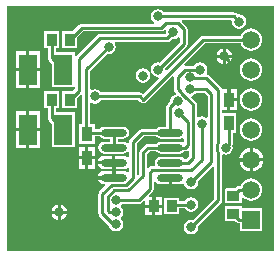
<source format=gbl>
G04 Layer_Physical_Order=2*
G04 Layer_Color=16711680*
%FSLAX44Y44*%
%MOMM*%
G71*
G01*
G75*
%ADD15R,0.8890X1.0160*%
%ADD16R,0.9000X1.3000*%
%ADD18O,2.2000X0.6000*%
%ADD20C,0.2540*%
%ADD21C,1.5000*%
%ADD22R,1.5000X1.5000*%
%ADD23C,0.8000*%
%ADD24R,1.0160X0.8890*%
%ADD25R,1.5000X2.6000*%
G36*
X466063Y240187D02*
X240049D01*
Y447451D01*
X466063D01*
Y240187D01*
D02*
G37*
%LPC*%
G36*
X368300Y444957D02*
X365959Y444492D01*
X363974Y443165D01*
X362648Y441181D01*
X362183Y438840D01*
X362648Y436498D01*
X363974Y434514D01*
X364947Y433864D01*
X364562Y432594D01*
X303530D01*
X302254Y432340D01*
X301172Y431618D01*
X295735Y426180D01*
X286925D01*
Y412020D01*
X299815D01*
Y420830D01*
X304911Y425926D01*
X370840D01*
X372116Y426180D01*
X373198Y426903D01*
X374045Y427750D01*
X375215Y427124D01*
X374883Y425450D01*
X375017Y424776D01*
X374089Y423704D01*
X318770D01*
X317494Y423450D01*
X316412Y422728D01*
X298820Y405135D01*
X298075Y405291D01*
X297550Y405613D01*
Y408700D01*
X281464D01*
Y412020D01*
X284575D01*
Y426180D01*
X271685D01*
Y412020D01*
X274796D01*
Y403620D01*
X275050Y402344D01*
X275772Y401263D01*
X278550Y398485D01*
Y378700D01*
X297550Y378700D01*
X297656Y377474D01*
Y377301D01*
X295735Y375380D01*
X286925D01*
Y361220D01*
X299815D01*
Y370030D01*
X302896Y373111D01*
X304166Y372585D01*
Y347430D01*
X301460D01*
Y330430D01*
X314460D01*
Y337026D01*
X318814D01*
X318995Y336755D01*
X320649Y335650D01*
X322600Y335262D01*
X327266D01*
Y332758D01*
X322600D01*
X320649Y332370D01*
X318995Y331265D01*
X317890Y329611D01*
X317502Y327660D01*
X317890Y325709D01*
X318995Y324055D01*
X320649Y322950D01*
X322600Y322562D01*
X338600D01*
X340551Y322950D01*
X342106Y323989D01*
X342601Y323875D01*
X343376Y323522D01*
Y319896D01*
X342106Y319280D01*
X340762Y320179D01*
X338600Y320608D01*
X331870D01*
Y314960D01*
Y309312D01*
X338600D01*
X340762Y309741D01*
X342106Y310640D01*
X343376Y310024D01*
Y307196D01*
X342106Y306580D01*
X340762Y307479D01*
X338600Y307908D01*
X331870D01*
Y302260D01*
X330600D01*
Y300990D01*
X317204D01*
X317381Y300098D01*
X318606Y298266D01*
X320438Y297041D01*
X322600Y296611D01*
X323065D01*
X323551Y295438D01*
X318573Y290459D01*
X317850Y289378D01*
X317596Y288102D01*
Y272090D01*
X317850Y270814D01*
X318573Y269732D01*
X326922Y261382D01*
X327088Y260549D01*
X328414Y258564D01*
X330399Y257238D01*
X332740Y256772D01*
X335081Y257238D01*
X337066Y258564D01*
X338392Y260549D01*
X338857Y262890D01*
X338392Y265231D01*
X337066Y267216D01*
X336887Y267335D01*
Y268605D01*
X337066Y268724D01*
X338392Y270709D01*
X338857Y273050D01*
X338392Y275391D01*
X337066Y277376D01*
X336887Y277495D01*
Y278765D01*
X337066Y278884D01*
X337728Y279876D01*
X351790D01*
X353066Y280130D01*
X354147Y280853D01*
X356332Y283037D01*
X357505Y282551D01*
Y279400D01*
X363220D01*
Y285750D01*
X360704D01*
X360218Y286923D01*
X363452Y290158D01*
X364175Y291239D01*
X364429Y292515D01*
Y299238D01*
X365699Y299623D01*
X366606Y298266D01*
X368438Y297041D01*
X370600Y296611D01*
X377330D01*
Y302260D01*
X379870D01*
Y296611D01*
X386600D01*
X388762Y297041D01*
X389260Y297374D01*
X390433Y296888D01*
X390588Y296109D01*
X391914Y294124D01*
X393899Y292798D01*
X396240Y292332D01*
X398581Y292798D01*
X400566Y294124D01*
X401892Y296109D01*
X402357Y298450D01*
X402125Y299620D01*
X414593Y312087D01*
X415766Y311602D01*
Y295655D01*
X415576Y294700D01*
Y284401D01*
X397410Y266235D01*
X396240Y266467D01*
X393899Y266002D01*
X391914Y264676D01*
X390588Y262691D01*
X390122Y260350D01*
X390588Y258009D01*
X391914Y256024D01*
X393899Y254698D01*
X396240Y254233D01*
X398581Y254698D01*
X400566Y256024D01*
X401892Y258009D01*
X402357Y260350D01*
X402125Y261520D01*
X421268Y280662D01*
X421990Y281744D01*
X422244Y283020D01*
Y293935D01*
X422434Y294890D01*
Y321048D01*
X423704Y321890D01*
X425450Y321543D01*
X427791Y322008D01*
X429776Y323334D01*
X431102Y325319D01*
X431567Y327660D01*
X431193Y329542D01*
X431324Y330200D01*
Y339640D01*
X434490D01*
Y356640D01*
X422434D01*
Y359100D01*
X426720D01*
Y368140D01*
Y377180D01*
X422297D01*
X422180Y377766D01*
X421457Y378847D01*
X411517Y388787D01*
X410435Y389510D01*
X409878Y389621D01*
X409259Y390980D01*
X409512Y391359D01*
X409977Y393700D01*
X409512Y396041D01*
X408186Y398026D01*
X406201Y399352D01*
X403860Y399818D01*
X401519Y399352D01*
X399534Y398026D01*
X398872Y397034D01*
X391160D01*
X390767Y396956D01*
X390141Y398126D01*
X407781Y415766D01*
X438138D01*
X438742Y414309D01*
X440265Y412325D01*
X442249Y410802D01*
X444560Y409845D01*
X447040Y409518D01*
X449520Y409845D01*
X451831Y410802D01*
X453815Y412325D01*
X455338Y414309D01*
X456296Y416620D01*
X456622Y419100D01*
X456296Y421580D01*
X455338Y423891D01*
X453815Y425875D01*
X451831Y427398D01*
X449520Y428355D01*
X447040Y428682D01*
X444560Y428355D01*
X442249Y427398D01*
X440265Y425875D01*
X438742Y423891D01*
X438138Y422434D01*
X406400D01*
X405124Y422180D01*
X404043Y421457D01*
X375501Y392916D01*
X374381Y393514D01*
X374417Y393700D01*
X374185Y394870D01*
X392248Y412933D01*
X392970Y414014D01*
X393224Y415290D01*
Y427990D01*
X392970Y429266D01*
X392248Y430348D01*
X388359Y434236D01*
X388885Y435506D01*
X429993D01*
X430799Y434524D01*
X430762Y434340D01*
X431228Y431999D01*
X432554Y430014D01*
X434539Y428688D01*
X436880Y428223D01*
X439221Y428688D01*
X441206Y430014D01*
X442532Y431999D01*
X442998Y434340D01*
X442532Y436681D01*
X441206Y438666D01*
X439221Y439992D01*
X436880Y440457D01*
X435710Y440225D01*
X434738Y441197D01*
X433656Y441920D01*
X432380Y442174D01*
X373288D01*
X372626Y443165D01*
X370641Y444492D01*
X368300Y444957D01*
D02*
G37*
G36*
X425450Y411559D02*
Y406400D01*
X430609D01*
X430552Y406837D01*
X429893Y408428D01*
X428844Y409794D01*
X427478Y410843D01*
X425887Y411502D01*
X425450Y411559D01*
D02*
G37*
G36*
X422910D02*
X422473Y411502D01*
X420882Y410843D01*
X419516Y409794D01*
X418467Y408428D01*
X417808Y406837D01*
X417751Y406400D01*
X422910D01*
Y411559D01*
D02*
G37*
G36*
X430609Y403860D02*
X425450D01*
Y398701D01*
X425887Y398758D01*
X427478Y399417D01*
X428844Y400466D01*
X429893Y401832D01*
X430552Y403423D01*
X430609Y403860D01*
D02*
G37*
G36*
X422910D02*
X417751D01*
X417808Y403423D01*
X418467Y401832D01*
X419516Y400466D01*
X420882Y399417D01*
X422473Y398758D01*
X422910Y398701D01*
Y403860D01*
D02*
G37*
G36*
X268090Y409240D02*
X259320D01*
Y394970D01*
X268090D01*
Y409240D01*
D02*
G37*
G36*
X256780D02*
X248010D01*
Y394970D01*
X256780D01*
Y409240D01*
D02*
G37*
G36*
X447040Y403282D02*
X444560Y402956D01*
X442249Y401998D01*
X440265Y400475D01*
X438742Y398491D01*
X437785Y396180D01*
X437458Y393700D01*
X437785Y391220D01*
X438742Y388909D01*
X440265Y386925D01*
X442249Y385402D01*
X444560Y384445D01*
X447040Y384118D01*
X449520Y384445D01*
X451831Y385402D01*
X453815Y386925D01*
X455338Y388909D01*
X456296Y391220D01*
X456622Y393700D01*
X456296Y396180D01*
X455338Y398491D01*
X453815Y400475D01*
X451831Y401998D01*
X449520Y402956D01*
X447040Y403282D01*
D02*
G37*
G36*
X268090Y392430D02*
X259320D01*
Y378160D01*
X268090D01*
Y392430D01*
D02*
G37*
G36*
X256780D02*
X248010D01*
Y378160D01*
X256780D01*
Y392430D01*
D02*
G37*
G36*
X435030Y377180D02*
X429260D01*
Y369410D01*
X435030D01*
Y377180D01*
D02*
G37*
G36*
Y366870D02*
X429260D01*
Y359100D01*
X435030D01*
Y366870D01*
D02*
G37*
G36*
X447040Y377882D02*
X444560Y377556D01*
X442249Y376598D01*
X440265Y375075D01*
X438742Y373091D01*
X437785Y370780D01*
X437458Y368300D01*
X437785Y365820D01*
X438742Y363509D01*
X440265Y361525D01*
X442249Y360002D01*
X444560Y359044D01*
X447040Y358718D01*
X449520Y359044D01*
X451831Y360002D01*
X453815Y361525D01*
X455338Y363509D01*
X456296Y365820D01*
X456622Y368300D01*
X456296Y370780D01*
X455338Y373091D01*
X453815Y375075D01*
X451831Y376598D01*
X449520Y377556D01*
X447040Y377882D01*
D02*
G37*
G36*
X268090Y358440D02*
X259320D01*
Y344170D01*
X268090D01*
Y358440D01*
D02*
G37*
G36*
X256780D02*
X248010D01*
Y344170D01*
X256780D01*
Y358440D01*
D02*
G37*
G36*
X447040Y352482D02*
X444560Y352155D01*
X442249Y351198D01*
X440265Y349675D01*
X438742Y347691D01*
X437785Y345380D01*
X437458Y342900D01*
X437785Y340420D01*
X438742Y338109D01*
X440265Y336124D01*
X442249Y334602D01*
X444560Y333644D01*
X447040Y333318D01*
X449520Y333644D01*
X451831Y334602D01*
X453815Y336124D01*
X455338Y338109D01*
X456296Y340420D01*
X456622Y342900D01*
X456296Y345380D01*
X455338Y347691D01*
X453815Y349675D01*
X451831Y351198D01*
X449520Y352155D01*
X447040Y352482D01*
D02*
G37*
G36*
X284575Y375380D02*
X271685D01*
Y361220D01*
X274796D01*
Y352820D01*
X275050Y351544D01*
X275772Y350462D01*
X278550Y347685D01*
Y327900D01*
X297550D01*
Y357900D01*
X281464D01*
Y361220D01*
X284575D01*
Y375380D01*
D02*
G37*
G36*
X268090Y341630D02*
X259320D01*
Y327360D01*
X268090D01*
Y341630D01*
D02*
G37*
G36*
X256780D02*
X248010D01*
Y327360D01*
X256780D01*
Y341630D01*
D02*
G37*
G36*
X315000Y327970D02*
X309230D01*
Y320200D01*
X315000D01*
Y327970D01*
D02*
G37*
G36*
X306690D02*
X300920D01*
Y320200D01*
X306690D01*
Y327970D01*
D02*
G37*
G36*
X448310Y327459D02*
Y318770D01*
X456999D01*
X456822Y320121D01*
X455810Y322563D01*
X454201Y324661D01*
X452103Y326270D01*
X449661Y327282D01*
X448310Y327459D01*
D02*
G37*
G36*
X445770D02*
X444419Y327282D01*
X441977Y326270D01*
X439879Y324661D01*
X438270Y322563D01*
X437258Y320121D01*
X437081Y318770D01*
X445770D01*
Y327459D01*
D02*
G37*
G36*
X329330Y320608D02*
X322600D01*
X320438Y320179D01*
X318606Y318954D01*
X317381Y317122D01*
X317204Y316230D01*
X329330D01*
Y320608D01*
D02*
G37*
G36*
X315000Y317660D02*
X309230D01*
Y309890D01*
X315000D01*
Y317660D01*
D02*
G37*
G36*
X306690D02*
X300920D01*
Y309890D01*
X306690D01*
Y317660D01*
D02*
G37*
G36*
X329330Y313690D02*
X317204D01*
X317381Y312798D01*
X318606Y310966D01*
X320438Y309741D01*
X322600Y309312D01*
X329330D01*
Y313690D01*
D02*
G37*
G36*
X456999Y316230D02*
X448310D01*
Y307541D01*
X449661Y307718D01*
X452103Y308730D01*
X454201Y310339D01*
X455810Y312437D01*
X456822Y314879D01*
X456999Y316230D01*
D02*
G37*
G36*
X445770D02*
X437081D01*
X437258Y314879D01*
X438270Y312437D01*
X439879Y310339D01*
X441977Y308730D01*
X444419Y307718D01*
X445770Y307541D01*
Y316230D01*
D02*
G37*
G36*
X329330Y307908D02*
X322600D01*
X320438Y307479D01*
X318606Y306254D01*
X317381Y304422D01*
X317204Y303530D01*
X329330D01*
Y307908D01*
D02*
G37*
G36*
X396240Y285518D02*
X393899Y285052D01*
X391914Y283726D01*
X391252Y282734D01*
X386175D01*
Y285210D01*
X373285D01*
Y271050D01*
X386175D01*
Y276066D01*
X391252D01*
X391914Y275074D01*
X393899Y273748D01*
X396240Y273283D01*
X398581Y273748D01*
X400566Y275074D01*
X401892Y277059D01*
X402357Y279400D01*
X401892Y281741D01*
X400566Y283726D01*
X398581Y285052D01*
X396240Y285518D01*
D02*
G37*
G36*
X447040Y301682D02*
X444560Y301355D01*
X442249Y300398D01*
X440265Y298875D01*
X438742Y296891D01*
X438138Y295434D01*
X436880D01*
X435604Y295180D01*
X434523Y294457D01*
X433530Y293465D01*
X424720D01*
Y280575D01*
X438880D01*
Y285153D01*
X440083Y285562D01*
X440265Y285324D01*
X442249Y283802D01*
X444560Y282845D01*
X447040Y282518D01*
X449520Y282845D01*
X451831Y283802D01*
X453815Y285324D01*
X455338Y287309D01*
X456296Y289620D01*
X456622Y292100D01*
X456296Y294580D01*
X455338Y296891D01*
X453815Y298875D01*
X451831Y300398D01*
X449520Y301355D01*
X447040Y301682D01*
D02*
G37*
G36*
X371475Y285750D02*
X365760D01*
Y279400D01*
X371475D01*
Y285750D01*
D02*
G37*
G36*
X285750Y279479D02*
Y274320D01*
X290909D01*
X290852Y274757D01*
X290193Y276348D01*
X289144Y277714D01*
X287778Y278763D01*
X286187Y279422D01*
X285750Y279479D01*
D02*
G37*
G36*
X283210D02*
X282773Y279422D01*
X281182Y278763D01*
X279816Y277714D01*
X278767Y276348D01*
X278108Y274757D01*
X278051Y274320D01*
X283210D01*
Y279479D01*
D02*
G37*
G36*
X371475Y276860D02*
X365760D01*
Y270510D01*
X371475D01*
Y276860D01*
D02*
G37*
G36*
X363220D02*
X357505D01*
Y270510D01*
X363220D01*
Y276860D01*
D02*
G37*
G36*
X290909Y271780D02*
X285750D01*
Y266621D01*
X286187Y266678D01*
X287778Y267337D01*
X289144Y268386D01*
X290193Y269752D01*
X290852Y271343D01*
X290909Y271780D01*
D02*
G37*
G36*
X283210D02*
X278051D01*
X278108Y271343D01*
X278767Y269752D01*
X279816Y268386D01*
X281182Y267337D01*
X282773Y266678D01*
X283210Y266621D01*
Y271780D01*
D02*
G37*
G36*
X438880Y278225D02*
X424720D01*
Y265335D01*
X433530D01*
X434523Y264342D01*
X435604Y263620D01*
X436880Y263366D01*
X437540D01*
Y257200D01*
X456540D01*
Y276200D01*
X438880D01*
Y278225D01*
D02*
G37*
%LPD*%
G36*
X385875Y420984D02*
X386556Y420778D01*
Y416671D01*
X369470Y399585D01*
X368300Y399818D01*
X365959Y399352D01*
X363974Y398026D01*
X362648Y396041D01*
X362183Y393700D01*
X362648Y391359D01*
X363974Y389374D01*
X365959Y388048D01*
X368300Y387583D01*
X368486Y387619D01*
X369084Y386499D01*
X355600Y373015D01*
X355228Y373387D01*
X354146Y374110D01*
X352870Y374364D01*
X319759D01*
X319096Y375355D01*
X317111Y376682D01*
X314770Y377147D01*
X312429Y376682D01*
X311954Y376364D01*
X310834Y376963D01*
Y392479D01*
X325220Y406865D01*
X326390Y406632D01*
X328731Y407098D01*
X330716Y408424D01*
X332042Y410409D01*
X332508Y412750D01*
X332042Y415091D01*
X331491Y415916D01*
X332089Y417036D01*
X375920D01*
X377196Y417290D01*
X378278Y418013D01*
X379830Y419565D01*
X381000Y419333D01*
X383341Y419798D01*
X385286Y421098D01*
X385875Y420984D01*
D02*
G37*
G36*
X381554Y387743D02*
X381476Y387350D01*
Y377190D01*
X381730Y375914D01*
X382453Y374832D01*
X383416Y373869D01*
X383047Y372653D01*
X382386Y372522D01*
X380402Y371196D01*
X379076Y369211D01*
X378610Y366870D01*
X378619Y366824D01*
X376242Y364448D01*
X375520Y363366D01*
X375266Y362090D01*
Y345458D01*
X370600D01*
X368649Y345070D01*
X366995Y343965D01*
X366814Y343694D01*
X354870D01*
X353594Y343440D01*
X352513Y342718D01*
X344352Y334557D01*
X343630Y333476D01*
X343376Y332200D01*
Y331798D01*
X342601Y331445D01*
X342106Y331331D01*
X340551Y332370D01*
X338600Y332758D01*
X333934D01*
Y335262D01*
X338600D01*
X340551Y335650D01*
X342205Y336755D01*
X343310Y338409D01*
X343698Y340360D01*
X343310Y342311D01*
X342205Y343965D01*
X340551Y345070D01*
X338600Y345458D01*
X322600D01*
X320649Y345070D01*
X318995Y343965D01*
X318814Y343694D01*
X314460D01*
Y347430D01*
X310834D01*
Y365096D01*
X311954Y365695D01*
X312429Y365378D01*
X314770Y364912D01*
X317111Y365378D01*
X319096Y366704D01*
X319759Y367696D01*
X351489D01*
X353242Y365942D01*
X354324Y365220D01*
X355600Y364966D01*
X356876Y365220D01*
X357957Y365942D01*
X380384Y388369D01*
X381554Y387743D01*
D02*
G37*
G36*
X410125Y371290D02*
Y353386D01*
X408855Y352707D01*
X407471Y353632D01*
X405130Y354098D01*
X402789Y353632D01*
X402314Y353315D01*
X401194Y353913D01*
Y364140D01*
X400940Y365416D01*
X400218Y366497D01*
X399852Y366742D01*
X396382Y370211D01*
X396751Y371427D01*
X397311Y371538D01*
X399296Y372864D01*
X399958Y373856D01*
X407559D01*
X410125Y371290D01*
D02*
G37*
G36*
X366995Y336755D02*
X368649Y335650D01*
X370600Y335262D01*
X386600D01*
X388551Y335650D01*
X388866Y335861D01*
X389986Y335262D01*
Y332758D01*
X388866Y332159D01*
X388551Y332370D01*
X386600Y332758D01*
X370600D01*
X368649Y332370D01*
X366995Y331265D01*
X366814Y330994D01*
X359680D01*
X358404Y330740D01*
X357323Y330018D01*
X353242Y325938D01*
X352520Y324856D01*
X352266Y323580D01*
Y305353D01*
X351217Y304305D01*
X350044Y304791D01*
Y330819D01*
X356251Y337026D01*
X366814D01*
X366995Y336755D01*
D02*
G37*
G36*
X394526Y324700D02*
Y320501D01*
X392319Y318294D01*
X390386D01*
X390205Y318565D01*
X388551Y319670D01*
X386600Y320058D01*
X370600D01*
X368649Y319670D01*
X366995Y318565D01*
X365890Y316911D01*
X365502Y314960D01*
X365849Y313214D01*
X365230Y311944D01*
X363220D01*
X361944Y311690D01*
X360863Y310968D01*
X360107Y310212D01*
X358934Y310699D01*
Y322199D01*
X361061Y324326D01*
X366814D01*
X366995Y324055D01*
X368649Y322950D01*
X370600Y322562D01*
X386600D01*
X388551Y322950D01*
X390205Y324055D01*
X390386Y324326D01*
X391160D01*
X392436Y324580D01*
X393256Y325128D01*
X394526Y324700D01*
D02*
G37*
%LPC*%
G36*
X355599Y394737D02*
X353258Y394272D01*
X351273Y392945D01*
X349947Y390961D01*
X349482Y388620D01*
X349947Y386278D01*
X351273Y384294D01*
X353258Y382968D01*
X355599Y382502D01*
X357940Y382968D01*
X359925Y384294D01*
X361251Y386278D01*
X361717Y388620D01*
X361251Y390961D01*
X359925Y392945D01*
X357940Y394272D01*
X355599Y394737D01*
D02*
G37*
%LPD*%
D15*
X364490Y278130D02*
D03*
X379730D02*
D03*
X278130Y419100D02*
D03*
X293370D02*
D03*
X278130Y368300D02*
D03*
X293370D02*
D03*
D16*
X427990Y348140D02*
D03*
Y368140D02*
D03*
X307960Y318930D02*
D03*
Y338930D02*
D03*
D18*
X330600Y302260D02*
D03*
Y314960D02*
D03*
Y327660D02*
D03*
Y340360D02*
D03*
X378600Y302260D02*
D03*
Y314960D02*
D03*
Y327660D02*
D03*
Y340360D02*
D03*
D20*
X405130Y317500D02*
Y347980D01*
X396240Y308610D02*
X405130Y317500D01*
X406400Y419100D02*
X447040D01*
X355600Y368300D02*
X406400Y419100D01*
X363220Y308610D02*
X396240D01*
X378600Y314960D02*
X393700D01*
X384810Y377190D02*
Y387350D01*
X391160Y393700D01*
X432380Y438840D02*
X436880Y434340D01*
X364490Y278130D02*
Y288290D01*
X365760Y289560D01*
X374650D01*
X378600Y293510D01*
Y302260D01*
X307960Y338930D02*
X309390Y340360D01*
X330600D01*
Y327660D02*
Y340360D01*
X284480Y273050D02*
Y300990D01*
X285750Y302260D01*
X330600D01*
Y314960D01*
X378460Y250190D02*
X416560D01*
X297180D02*
X378460D01*
X378600Y250330D01*
X354870Y340360D02*
X378600D01*
X359680Y327660D02*
X378600D01*
X391160D01*
X326390Y273050D02*
X332740D01*
X284480Y262890D02*
X297180Y250190D01*
X284480Y262890D02*
Y273050D01*
X381000Y279400D02*
X396240D01*
X379730Y278130D02*
X381000Y279400D01*
X430530Y317500D02*
X447040D01*
X431800Y287020D02*
X436880Y292100D01*
X447040D01*
X431800Y271780D02*
X436880Y266700D01*
X447040D01*
X300990Y375920D02*
Y402590D01*
X293370Y368300D02*
X300990Y375920D01*
Y402590D02*
X318770Y420370D01*
X375920D01*
X381000Y425450D01*
X303530Y429260D02*
X370840D01*
X293370Y419100D02*
X303530Y429260D01*
X278130Y403620D02*
Y419100D01*
Y403620D02*
X288050Y393700D01*
X278130Y352820D02*
Y368300D01*
Y352820D02*
X288050Y342900D01*
X352870Y371030D02*
X355600Y368300D01*
X314770Y371030D02*
X352870D01*
X307500Y339390D02*
X307960Y338930D01*
X307500Y339390D02*
Y393860D01*
X326390Y412750D01*
X378600Y340360D02*
Y362090D01*
X383540Y367030D01*
X391160Y393700D02*
X403860D01*
X394969Y387350D02*
X395415D01*
X394969D02*
X395889Y386430D01*
X409160D01*
X394970Y377190D02*
X408940D01*
X416560Y250190D02*
X421640Y255270D01*
X425450Y327660D02*
X427990Y330200D01*
Y348140D01*
X425450D02*
Y349411D01*
X427990Y368140D02*
Y401320D01*
X424180Y405130D02*
X427990Y401320D01*
X397860Y319120D02*
Y364140D01*
X393320Y329820D02*
Y349630D01*
X386080Y356870D02*
X393320Y349630D01*
X391160Y327660D02*
X393320Y329820D01*
X393700Y314960D02*
X397860Y319120D01*
X384810Y377190D02*
X387700Y374300D01*
Y374179D02*
X391959Y369920D01*
X387700Y374179D02*
Y374300D01*
X383540Y367030D02*
X383700Y366870D01*
X384727D01*
X397739Y364140D02*
X397860D01*
X391959Y369920D02*
X397739Y364140D01*
X391959Y369920D02*
X391959D01*
X396240Y298450D02*
X413459Y315669D01*
X421640Y255270D02*
Y279329D01*
X423640Y310610D02*
X430530Y317500D01*
X421640Y279329D02*
X423490Y281180D01*
Y281180D01*
X423450Y281220D02*
X423490Y281180D01*
X423450Y281220D02*
Y292819D01*
X423640Y293009D01*
Y310610D01*
X418910Y283020D02*
Y294700D01*
X419100Y294890D01*
X418180Y324649D02*
X419100Y323729D01*
X418180Y324649D02*
Y330671D01*
X419100Y331591D01*
X396240Y260350D02*
X418910Y283020D01*
X419100Y294890D02*
Y323729D01*
X409160Y386430D02*
X419100Y376490D01*
Y331591D02*
Y376490D01*
X408940Y377190D02*
X413459Y372671D01*
Y315669D02*
Y372671D01*
X361095Y292515D02*
Y306485D01*
X363220Y308610D01*
X332740Y283210D02*
X351790D01*
X361095Y292515D01*
X355600Y323580D02*
X359680Y327660D01*
X325470Y273970D02*
X326390Y273050D01*
X325470Y273970D02*
Y286221D01*
X330619Y291370D01*
X320930Y288102D02*
X328818Y295990D01*
X320930Y272090D02*
Y288102D01*
Y272090D02*
X330130Y262890D01*
X346710Y301503D02*
Y332200D01*
X341197Y295990D02*
X346710Y301503D01*
X328818Y295990D02*
X341197D01*
X330130Y262890D02*
X332740D01*
X330619Y291370D02*
X342998D01*
X355600Y303972D01*
Y323580D01*
X346710Y332200D02*
X354870Y340360D01*
X368300Y438840D02*
X432380D01*
X370840Y429260D02*
X374650Y433070D01*
X384810D01*
X368300Y393700D02*
X389890Y415290D01*
Y427990D01*
X384810Y433070D02*
X389890Y427990D01*
D21*
X447040Y419100D02*
D03*
Y393700D02*
D03*
Y368300D02*
D03*
Y342900D02*
D03*
Y292100D02*
D03*
Y317500D02*
D03*
D22*
Y266700D02*
D03*
D23*
X436880Y434340D02*
D03*
X386080Y356870D02*
D03*
X424180Y405130D02*
D03*
X425450Y327660D02*
D03*
X355599Y388620D02*
D03*
X326390Y412750D02*
D03*
X396240Y298450D02*
D03*
X332740Y273050D02*
D03*
X284480D02*
D03*
X396240Y260350D02*
D03*
Y279400D02*
D03*
X381000Y425450D02*
D03*
X368300Y393700D02*
D03*
X314770Y371030D02*
D03*
X403860Y393700D02*
D03*
X394970Y377190D02*
D03*
X394969Y387350D02*
D03*
X405130Y347980D02*
D03*
X384727Y366870D02*
D03*
X332740Y283210D02*
D03*
Y262890D02*
D03*
X368300Y438840D02*
D03*
D24*
X431800Y287020D02*
D03*
Y271780D02*
D03*
D25*
X258050Y393700D02*
D03*
X288050D02*
D03*
X258050Y342900D02*
D03*
X288050D02*
D03*
M02*

</source>
